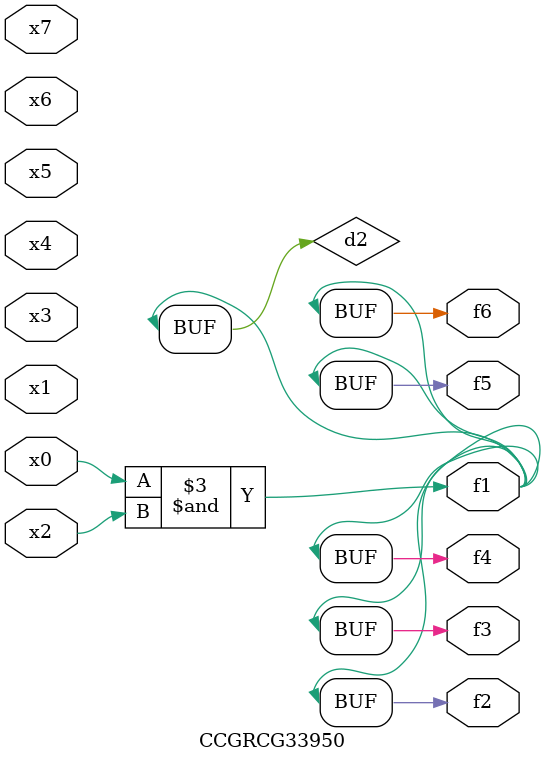
<source format=v>
module CCGRCG33950(
	input x0, x1, x2, x3, x4, x5, x6, x7,
	output f1, f2, f3, f4, f5, f6
);

	wire d1, d2;

	nor (d1, x3, x6);
	and (d2, x0, x2);
	assign f1 = d2;
	assign f2 = d2;
	assign f3 = d2;
	assign f4 = d2;
	assign f5 = d2;
	assign f6 = d2;
endmodule

</source>
